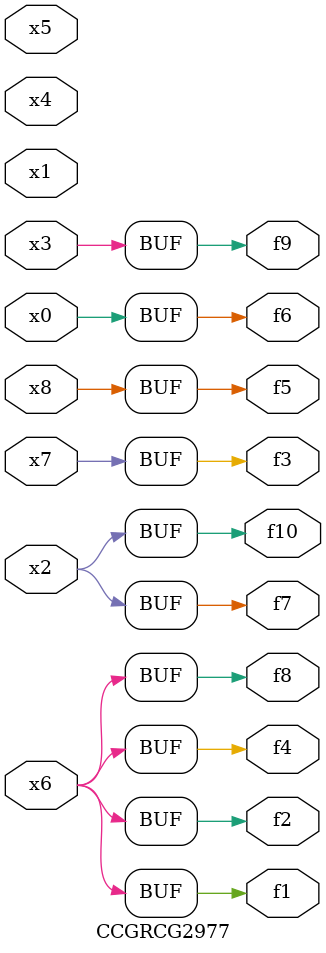
<source format=v>
module CCGRCG2977(
	input x0, x1, x2, x3, x4, x5, x6, x7, x8,
	output f1, f2, f3, f4, f5, f6, f7, f8, f9, f10
);
	assign f1 = x6;
	assign f2 = x6;
	assign f3 = x7;
	assign f4 = x6;
	assign f5 = x8;
	assign f6 = x0;
	assign f7 = x2;
	assign f8 = x6;
	assign f9 = x3;
	assign f10 = x2;
endmodule

</source>
